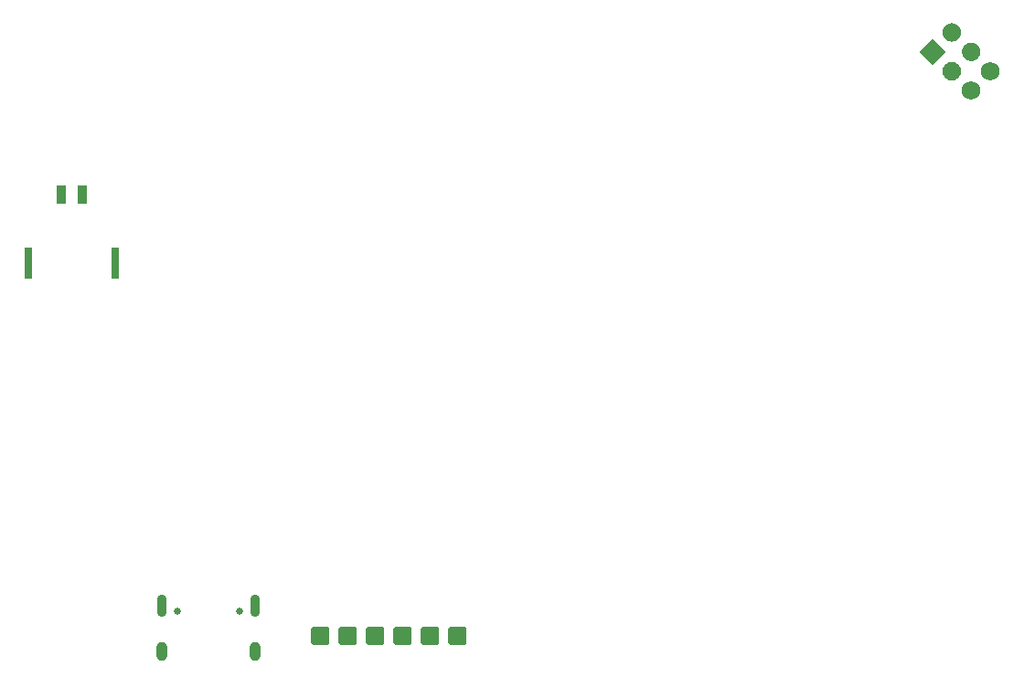
<source format=gbs>
G04 #@! TF.GenerationSoftware,KiCad,Pcbnew,5.99.0-unknown-748bee1bc~104~ubuntu20.04.1*
G04 #@! TF.CreationDate,2020-09-24T12:18:17+09:30*
G04 #@! TF.ProjectId,badge,62616467-652e-46b6-9963-61645f706362,0.1*
G04 #@! TF.SameCoordinates,Original*
G04 #@! TF.FileFunction,Soldermask,Bot*
G04 #@! TF.FilePolarity,Negative*
%FSLAX46Y46*%
G04 Gerber Fmt 4.6, Leading zero omitted, Abs format (unit mm)*
G04 Created by KiCad (PCBNEW 5.99.0-unknown-748bee1bc~104~ubuntu20.04.1) date 2020-09-24 12:18:17*
%MOMM*%
%LPD*%
G01*
G04 APERTURE LIST*
%ADD10C,0.650000*%
%ADD11O,0.900000X2.100000*%
%ADD12O,1.000000X1.800000*%
%ADD13C,1.727200*%
%ADD14R,0.800000X3.000000*%
%ADD15R,0.900000X1.700000*%
G04 APERTURE END LIST*
D10*
G04 #@! TO.C,J1*
X67876690Y-143830233D03*
X73656690Y-143830233D03*
D11*
X66446690Y-143330233D03*
D12*
X66446690Y-147510233D03*
D11*
X75086690Y-143330233D03*
D12*
X75086690Y-147510233D03*
G04 #@! TD*
G04 #@! TO.C,X1*
G36*
G01*
X140207606Y-89567068D02*
X140207606Y-89567068D01*
G75*
G02*
X140207606Y-90788382I-610657J-610657D01*
G01*
X140207606Y-90788382D01*
G75*
G02*
X138986292Y-90788382I-610657J610657D01*
G01*
X138986292Y-90788382D01*
G75*
G02*
X138986292Y-89567068I610657J610657D01*
G01*
X138986292Y-89567068D01*
G75*
G02*
X140207606Y-89567068I610657J-610657D01*
G01*
G37*
G36*
X137800897Y-90752461D02*
G01*
X139022212Y-91973776D01*
X137800897Y-93195091D01*
X136579582Y-91973776D01*
X137800897Y-90752461D01*
G37*
G36*
G01*
X142003657Y-91363119D02*
X142003657Y-91363119D01*
G75*
G02*
X142003657Y-92584433I-610657J-610657D01*
G01*
X142003657Y-92584433D01*
G75*
G02*
X140782343Y-92584433I-610657J610657D01*
G01*
X140782343Y-92584433D01*
G75*
G02*
X140782343Y-91363119I610657J610657D01*
G01*
X140782343Y-91363119D01*
G75*
G02*
X142003657Y-91363119I610657J-610657D01*
G01*
G37*
G36*
G01*
X140207606Y-93159170D02*
X140207606Y-93159170D01*
G75*
G02*
X140207606Y-94380484I-610657J-610657D01*
G01*
X140207606Y-94380484D01*
G75*
G02*
X138986292Y-94380484I-610657J610657D01*
G01*
X138986292Y-94380484D01*
G75*
G02*
X138986292Y-93159170I610657J610657D01*
G01*
X138986292Y-93159170D01*
G75*
G02*
X140207606Y-93159170I610657J-610657D01*
G01*
G37*
D13*
X143189051Y-93769827D03*
X141393000Y-95565878D03*
G04 #@! TD*
G04 #@! TO.C,J2*
G36*
G01*
X80521690Y-145240233D02*
X81711690Y-145240233D01*
G75*
G02*
X81966690Y-145495233I0J-255000D01*
G01*
X81966690Y-146685233D01*
G75*
G02*
X81711690Y-146940233I-255000J0D01*
G01*
X80521690Y-146940233D01*
G75*
G02*
X80266690Y-146685233I0J255000D01*
G01*
X80266690Y-145495233D01*
G75*
G02*
X80521690Y-145240233I255000J0D01*
G01*
G37*
G36*
G01*
X83061690Y-145240233D02*
X84251690Y-145240233D01*
G75*
G02*
X84506690Y-145495233I0J-255000D01*
G01*
X84506690Y-146685233D01*
G75*
G02*
X84251690Y-146940233I-255000J0D01*
G01*
X83061690Y-146940233D01*
G75*
G02*
X82806690Y-146685233I0J255000D01*
G01*
X82806690Y-145495233D01*
G75*
G02*
X83061690Y-145240233I255000J0D01*
G01*
G37*
G36*
G01*
X85601690Y-145240233D02*
X86791690Y-145240233D01*
G75*
G02*
X87046690Y-145495233I0J-255000D01*
G01*
X87046690Y-146685233D01*
G75*
G02*
X86791690Y-146940233I-255000J0D01*
G01*
X85601690Y-146940233D01*
G75*
G02*
X85346690Y-146685233I0J255000D01*
G01*
X85346690Y-145495233D01*
G75*
G02*
X85601690Y-145240233I255000J0D01*
G01*
G37*
G36*
G01*
X88141690Y-145240233D02*
X89331690Y-145240233D01*
G75*
G02*
X89586690Y-145495233I0J-255000D01*
G01*
X89586690Y-146685233D01*
G75*
G02*
X89331690Y-146940233I-255000J0D01*
G01*
X88141690Y-146940233D01*
G75*
G02*
X87886690Y-146685233I0J255000D01*
G01*
X87886690Y-145495233D01*
G75*
G02*
X88141690Y-145240233I255000J0D01*
G01*
G37*
G36*
G01*
X90681690Y-145240233D02*
X91871690Y-145240233D01*
G75*
G02*
X92126690Y-145495233I0J-255000D01*
G01*
X92126690Y-146685233D01*
G75*
G02*
X91871690Y-146940233I-255000J0D01*
G01*
X90681690Y-146940233D01*
G75*
G02*
X90426690Y-146685233I0J255000D01*
G01*
X90426690Y-145495233D01*
G75*
G02*
X90681690Y-145240233I255000J0D01*
G01*
G37*
G36*
G01*
X93221690Y-145240233D02*
X94411690Y-145240233D01*
G75*
G02*
X94666690Y-145495233I0J-255000D01*
G01*
X94666690Y-146685233D01*
G75*
G02*
X94411690Y-146940233I-255000J0D01*
G01*
X93221690Y-146940233D01*
G75*
G02*
X92966690Y-146685233I0J255000D01*
G01*
X92966690Y-145495233D01*
G75*
G02*
X93221690Y-145240233I255000J0D01*
G01*
G37*
G04 #@! TD*
D14*
G04 #@! TO.C,J3*
X62116691Y-111590233D03*
X54116691Y-111590233D03*
D15*
X59116691Y-105240233D03*
X57116691Y-105240233D03*
G04 #@! TD*
M02*

</source>
